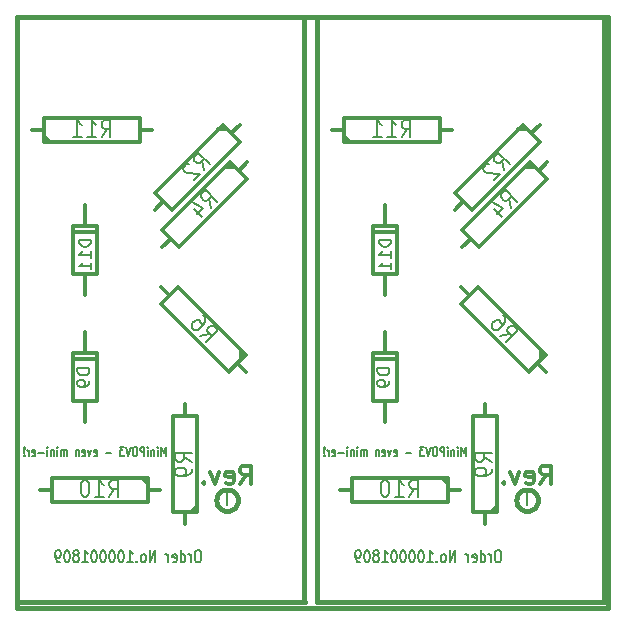
<source format=gbo>
G04 (created by PCBNEW-RS274X (2011-05-25)-stable) date Fri 31 Aug 2012 09:10:07 AM CDT*
G01*
G70*
G90*
%MOIN*%
G04 Gerber Fmt 3.4, Leading zero omitted, Abs format*
%FSLAX34Y34*%
G04 APERTURE LIST*
%ADD10C,0.006000*%
%ADD11C,0.015000*%
%ADD12C,0.008000*%
%ADD13C,0.012000*%
%ADD14C,0.007400*%
%ADD15C,0.012500*%
G04 APERTURE END LIST*
G54D10*
G54D11*
X00000Y00000D02*
X00000Y-19685D01*
X19685Y00000D02*
X19685Y-19685D01*
X00000Y-19685D02*
X19685Y-19685D01*
X00000Y00000D02*
X19685Y00000D01*
G54D10*
X14960Y-14621D02*
X14960Y-14321D01*
X14880Y-14536D01*
X14800Y-14321D01*
X14800Y-14621D01*
X14686Y-14621D02*
X14686Y-14421D01*
X14686Y-14321D02*
X14697Y-14336D01*
X14686Y-14350D01*
X14674Y-14336D01*
X14686Y-14321D01*
X14686Y-14350D01*
X14572Y-14421D02*
X14572Y-14621D01*
X14572Y-14450D02*
X14560Y-14436D01*
X14538Y-14421D01*
X14503Y-14421D01*
X14480Y-14436D01*
X14469Y-14464D01*
X14469Y-14621D01*
X14355Y-14621D02*
X14355Y-14421D01*
X14355Y-14321D02*
X14366Y-14336D01*
X14355Y-14350D01*
X14343Y-14336D01*
X14355Y-14321D01*
X14355Y-14350D01*
X14241Y-14621D02*
X14241Y-14321D01*
X14149Y-14321D01*
X14127Y-14336D01*
X14115Y-14350D01*
X14104Y-14379D01*
X14104Y-14421D01*
X14115Y-14450D01*
X14127Y-14464D01*
X14149Y-14479D01*
X14241Y-14479D01*
X13955Y-14321D02*
X13909Y-14321D01*
X13887Y-14336D01*
X13864Y-14364D01*
X13852Y-14421D01*
X13852Y-14521D01*
X13864Y-14579D01*
X13887Y-14607D01*
X13909Y-14621D01*
X13955Y-14621D01*
X13978Y-14607D01*
X14001Y-14579D01*
X14012Y-14521D01*
X14012Y-14421D01*
X14001Y-14364D01*
X13978Y-14336D01*
X13955Y-14321D01*
X13784Y-14321D02*
X13704Y-14621D01*
X13624Y-14321D01*
X13567Y-14321D02*
X13418Y-14321D01*
X13498Y-14436D01*
X13464Y-14436D01*
X13441Y-14450D01*
X13430Y-14464D01*
X13418Y-14493D01*
X13418Y-14564D01*
X13430Y-14593D01*
X13441Y-14607D01*
X13464Y-14621D01*
X13532Y-14621D01*
X13555Y-14607D01*
X13567Y-14593D01*
X13132Y-14507D02*
X12949Y-14507D01*
X12560Y-14607D02*
X12583Y-14621D01*
X12629Y-14621D01*
X12652Y-14607D01*
X12663Y-14579D01*
X12663Y-14464D01*
X12652Y-14436D01*
X12629Y-14421D01*
X12583Y-14421D01*
X12560Y-14436D01*
X12549Y-14464D01*
X12549Y-14493D01*
X12663Y-14521D01*
X12469Y-14421D02*
X12412Y-14621D01*
X12354Y-14421D01*
X12171Y-14607D02*
X12194Y-14621D01*
X12240Y-14621D01*
X12263Y-14607D01*
X12274Y-14579D01*
X12274Y-14464D01*
X12263Y-14436D01*
X12240Y-14421D01*
X12194Y-14421D01*
X12171Y-14436D01*
X12160Y-14464D01*
X12160Y-14493D01*
X12274Y-14521D01*
X12057Y-14421D02*
X12057Y-14621D01*
X12057Y-14450D02*
X12045Y-14436D01*
X12023Y-14421D01*
X11988Y-14421D01*
X11965Y-14436D01*
X11954Y-14464D01*
X11954Y-14621D01*
X11657Y-14621D02*
X11657Y-14421D01*
X11657Y-14450D02*
X11645Y-14436D01*
X11623Y-14421D01*
X11588Y-14421D01*
X11565Y-14436D01*
X11554Y-14464D01*
X11554Y-14621D01*
X11554Y-14464D02*
X11543Y-14436D01*
X11520Y-14421D01*
X11485Y-14421D01*
X11463Y-14436D01*
X11451Y-14464D01*
X11451Y-14621D01*
X11337Y-14621D02*
X11337Y-14421D01*
X11337Y-14321D02*
X11348Y-14336D01*
X11337Y-14350D01*
X11325Y-14336D01*
X11337Y-14321D01*
X11337Y-14350D01*
X11223Y-14421D02*
X11223Y-14621D01*
X11223Y-14450D02*
X11211Y-14436D01*
X11189Y-14421D01*
X11154Y-14421D01*
X11131Y-14436D01*
X11120Y-14464D01*
X11120Y-14621D01*
X11006Y-14621D02*
X11006Y-14421D01*
X11006Y-14321D02*
X11017Y-14336D01*
X11006Y-14350D01*
X10994Y-14336D01*
X11006Y-14321D01*
X11006Y-14350D01*
X10892Y-14507D02*
X10709Y-14507D01*
X10503Y-14607D02*
X10526Y-14621D01*
X10572Y-14621D01*
X10595Y-14607D01*
X10606Y-14579D01*
X10606Y-14464D01*
X10595Y-14436D01*
X10572Y-14421D01*
X10526Y-14421D01*
X10503Y-14436D01*
X10492Y-14464D01*
X10492Y-14493D01*
X10606Y-14521D01*
X10389Y-14621D02*
X10389Y-14421D01*
X10389Y-14479D02*
X10377Y-14450D01*
X10366Y-14436D01*
X10343Y-14421D01*
X10320Y-14421D01*
X10240Y-14593D02*
X10228Y-14607D01*
X10240Y-14621D01*
X10251Y-14607D01*
X10240Y-14593D01*
X10240Y-14621D01*
X10240Y-14507D02*
X10251Y-14336D01*
X10240Y-14321D01*
X10228Y-14336D01*
X10240Y-14507D01*
X10240Y-14321D01*
G54D11*
X17360Y-16100D02*
X17353Y-16169D01*
X17332Y-16237D01*
X17299Y-16299D01*
X17255Y-16353D01*
X17201Y-16398D01*
X17139Y-16431D01*
X17072Y-16452D01*
X17002Y-16459D01*
X16933Y-16453D01*
X16866Y-16433D01*
X16803Y-16401D01*
X16749Y-16357D01*
X16703Y-16303D01*
X16670Y-16241D01*
X16648Y-16174D01*
X16641Y-16105D01*
X16646Y-16036D01*
X16666Y-15968D01*
X16698Y-15905D01*
X16742Y-15850D01*
X16795Y-15805D01*
X16856Y-15771D01*
X16923Y-15749D01*
X16993Y-15741D01*
X17062Y-15746D01*
X17130Y-15765D01*
X17192Y-15797D01*
X17248Y-15840D01*
X17294Y-15893D01*
X17328Y-15954D01*
X17351Y-16021D01*
X17359Y-16090D01*
X17360Y-16100D01*
G54D12*
X17000Y-16262D02*
X17000Y-15862D01*
G54D13*
X17442Y-15543D02*
X17642Y-15257D01*
X17785Y-15543D02*
X17785Y-14943D01*
X17557Y-14943D01*
X17499Y-14971D01*
X17471Y-15000D01*
X17442Y-15057D01*
X17442Y-15143D01*
X17471Y-15200D01*
X17499Y-15229D01*
X17557Y-15257D01*
X17785Y-15257D01*
X16957Y-15514D02*
X17014Y-15543D01*
X17128Y-15543D01*
X17185Y-15514D01*
X17214Y-15457D01*
X17214Y-15229D01*
X17185Y-15171D01*
X17128Y-15143D01*
X17014Y-15143D01*
X16957Y-15171D01*
X16928Y-15229D01*
X16928Y-15286D01*
X17214Y-15343D01*
X16728Y-15143D02*
X16585Y-15543D01*
X16443Y-15143D01*
X16214Y-15486D02*
X16186Y-15514D01*
X16214Y-15543D01*
X16243Y-15514D01*
X16214Y-15486D01*
X16214Y-15543D01*
G54D14*
X16055Y-17765D02*
X15995Y-17765D01*
X15965Y-17784D01*
X15935Y-17822D01*
X15920Y-17897D01*
X15920Y-18028D01*
X15935Y-18103D01*
X15965Y-18141D01*
X15995Y-18159D01*
X16055Y-18159D01*
X16085Y-18141D01*
X16115Y-18103D01*
X16130Y-18028D01*
X16130Y-17897D01*
X16115Y-17822D01*
X16085Y-17784D01*
X16055Y-17765D01*
X15785Y-18159D02*
X15785Y-17897D01*
X15785Y-17972D02*
X15770Y-17934D01*
X15755Y-17916D01*
X15725Y-17897D01*
X15695Y-17897D01*
X15455Y-18159D02*
X15455Y-17765D01*
X15455Y-18141D02*
X15485Y-18159D01*
X15545Y-18159D01*
X15575Y-18141D01*
X15590Y-18122D01*
X15605Y-18084D01*
X15605Y-17972D01*
X15590Y-17934D01*
X15575Y-17916D01*
X15545Y-17897D01*
X15485Y-17897D01*
X15455Y-17916D01*
X15185Y-18141D02*
X15215Y-18159D01*
X15275Y-18159D01*
X15305Y-18141D01*
X15320Y-18103D01*
X15320Y-17953D01*
X15305Y-17916D01*
X15275Y-17897D01*
X15215Y-17897D01*
X15185Y-17916D01*
X15170Y-17953D01*
X15170Y-17991D01*
X15320Y-18028D01*
X15035Y-18159D02*
X15035Y-17897D01*
X15035Y-17972D02*
X15020Y-17934D01*
X15005Y-17916D01*
X14975Y-17897D01*
X14945Y-17897D01*
X14600Y-18159D02*
X14600Y-17765D01*
X14420Y-18159D01*
X14420Y-17765D01*
X14225Y-18159D02*
X14255Y-18141D01*
X14270Y-18122D01*
X14285Y-18084D01*
X14285Y-17972D01*
X14270Y-17934D01*
X14255Y-17916D01*
X14225Y-17897D01*
X14180Y-17897D01*
X14150Y-17916D01*
X14135Y-17934D01*
X14120Y-17972D01*
X14120Y-18084D01*
X14135Y-18122D01*
X14150Y-18141D01*
X14180Y-18159D01*
X14225Y-18159D01*
X13985Y-18122D02*
X13970Y-18141D01*
X13985Y-18159D01*
X14000Y-18141D01*
X13985Y-18122D01*
X13985Y-18159D01*
X13670Y-18159D02*
X13850Y-18159D01*
X13760Y-18159D02*
X13760Y-17765D01*
X13790Y-17822D01*
X13820Y-17859D01*
X13850Y-17878D01*
X13475Y-17765D02*
X13445Y-17765D01*
X13415Y-17784D01*
X13400Y-17803D01*
X13385Y-17841D01*
X13370Y-17916D01*
X13370Y-18009D01*
X13385Y-18084D01*
X13400Y-18122D01*
X13415Y-18141D01*
X13445Y-18159D01*
X13475Y-18159D01*
X13505Y-18141D01*
X13520Y-18122D01*
X13535Y-18084D01*
X13550Y-18009D01*
X13550Y-17916D01*
X13535Y-17841D01*
X13520Y-17803D01*
X13505Y-17784D01*
X13475Y-17765D01*
X13175Y-17765D02*
X13145Y-17765D01*
X13115Y-17784D01*
X13100Y-17803D01*
X13085Y-17841D01*
X13070Y-17916D01*
X13070Y-18009D01*
X13085Y-18084D01*
X13100Y-18122D01*
X13115Y-18141D01*
X13145Y-18159D01*
X13175Y-18159D01*
X13205Y-18141D01*
X13220Y-18122D01*
X13235Y-18084D01*
X13250Y-18009D01*
X13250Y-17916D01*
X13235Y-17841D01*
X13220Y-17803D01*
X13205Y-17784D01*
X13175Y-17765D01*
X12875Y-17765D02*
X12845Y-17765D01*
X12815Y-17784D01*
X12800Y-17803D01*
X12785Y-17841D01*
X12770Y-17916D01*
X12770Y-18009D01*
X12785Y-18084D01*
X12800Y-18122D01*
X12815Y-18141D01*
X12845Y-18159D01*
X12875Y-18159D01*
X12905Y-18141D01*
X12920Y-18122D01*
X12935Y-18084D01*
X12950Y-18009D01*
X12950Y-17916D01*
X12935Y-17841D01*
X12920Y-17803D01*
X12905Y-17784D01*
X12875Y-17765D01*
X12575Y-17765D02*
X12545Y-17765D01*
X12515Y-17784D01*
X12500Y-17803D01*
X12485Y-17841D01*
X12470Y-17916D01*
X12470Y-18009D01*
X12485Y-18084D01*
X12500Y-18122D01*
X12515Y-18141D01*
X12545Y-18159D01*
X12575Y-18159D01*
X12605Y-18141D01*
X12620Y-18122D01*
X12635Y-18084D01*
X12650Y-18009D01*
X12650Y-17916D01*
X12635Y-17841D01*
X12620Y-17803D01*
X12605Y-17784D01*
X12575Y-17765D01*
X12170Y-18159D02*
X12350Y-18159D01*
X12260Y-18159D02*
X12260Y-17765D01*
X12290Y-17822D01*
X12320Y-17859D01*
X12350Y-17878D01*
X11990Y-17934D02*
X12020Y-17916D01*
X12035Y-17897D01*
X12050Y-17859D01*
X12050Y-17841D01*
X12035Y-17803D01*
X12020Y-17784D01*
X11990Y-17765D01*
X11930Y-17765D01*
X11900Y-17784D01*
X11885Y-17803D01*
X11870Y-17841D01*
X11870Y-17859D01*
X11885Y-17897D01*
X11900Y-17916D01*
X11930Y-17934D01*
X11990Y-17934D01*
X12020Y-17953D01*
X12035Y-17972D01*
X12050Y-18009D01*
X12050Y-18084D01*
X12035Y-18122D01*
X12020Y-18141D01*
X11990Y-18159D01*
X11930Y-18159D01*
X11900Y-18141D01*
X11885Y-18122D01*
X11870Y-18084D01*
X11870Y-18009D01*
X11885Y-17972D01*
X11900Y-17953D01*
X11930Y-17934D01*
X11675Y-17765D02*
X11645Y-17765D01*
X11615Y-17784D01*
X11600Y-17803D01*
X11585Y-17841D01*
X11570Y-17916D01*
X11570Y-18009D01*
X11585Y-18084D01*
X11600Y-18122D01*
X11615Y-18141D01*
X11645Y-18159D01*
X11675Y-18159D01*
X11705Y-18141D01*
X11720Y-18122D01*
X11735Y-18084D01*
X11750Y-18009D01*
X11750Y-17916D01*
X11735Y-17841D01*
X11720Y-17803D01*
X11705Y-17784D01*
X11675Y-17765D01*
X11420Y-18159D02*
X11360Y-18159D01*
X11330Y-18141D01*
X11315Y-18122D01*
X11285Y-18066D01*
X11270Y-17991D01*
X11270Y-17841D01*
X11285Y-17803D01*
X11300Y-17784D01*
X11330Y-17765D01*
X11390Y-17765D01*
X11420Y-17784D01*
X11435Y-17803D01*
X11450Y-17841D01*
X11450Y-17934D01*
X11435Y-17972D01*
X11420Y-17991D01*
X11390Y-18009D01*
X11330Y-18009D01*
X11300Y-17991D01*
X11285Y-17972D01*
X11270Y-17934D01*
G54D11*
X10000Y00000D02*
X10000Y-19500D01*
X19575Y00000D02*
X19575Y-19500D01*
X10000Y00000D02*
X19575Y00000D01*
X10000Y-19500D02*
X19600Y-19500D01*
X00000Y-19500D02*
X09600Y-19500D01*
X00000Y00000D02*
X09575Y00000D01*
X09575Y00000D02*
X09575Y-19500D01*
X00000Y00000D02*
X00000Y-19500D01*
G54D14*
X06055Y-17765D02*
X05995Y-17765D01*
X05965Y-17784D01*
X05935Y-17822D01*
X05920Y-17897D01*
X05920Y-18028D01*
X05935Y-18103D01*
X05965Y-18141D01*
X05995Y-18159D01*
X06055Y-18159D01*
X06085Y-18141D01*
X06115Y-18103D01*
X06130Y-18028D01*
X06130Y-17897D01*
X06115Y-17822D01*
X06085Y-17784D01*
X06055Y-17765D01*
X05785Y-18159D02*
X05785Y-17897D01*
X05785Y-17972D02*
X05770Y-17934D01*
X05755Y-17916D01*
X05725Y-17897D01*
X05695Y-17897D01*
X05455Y-18159D02*
X05455Y-17765D01*
X05455Y-18141D02*
X05485Y-18159D01*
X05545Y-18159D01*
X05575Y-18141D01*
X05590Y-18122D01*
X05605Y-18084D01*
X05605Y-17972D01*
X05590Y-17934D01*
X05575Y-17916D01*
X05545Y-17897D01*
X05485Y-17897D01*
X05455Y-17916D01*
X05185Y-18141D02*
X05215Y-18159D01*
X05275Y-18159D01*
X05305Y-18141D01*
X05320Y-18103D01*
X05320Y-17953D01*
X05305Y-17916D01*
X05275Y-17897D01*
X05215Y-17897D01*
X05185Y-17916D01*
X05170Y-17953D01*
X05170Y-17991D01*
X05320Y-18028D01*
X05035Y-18159D02*
X05035Y-17897D01*
X05035Y-17972D02*
X05020Y-17934D01*
X05005Y-17916D01*
X04975Y-17897D01*
X04945Y-17897D01*
X04600Y-18159D02*
X04600Y-17765D01*
X04420Y-18159D01*
X04420Y-17765D01*
X04225Y-18159D02*
X04255Y-18141D01*
X04270Y-18122D01*
X04285Y-18084D01*
X04285Y-17972D01*
X04270Y-17934D01*
X04255Y-17916D01*
X04225Y-17897D01*
X04180Y-17897D01*
X04150Y-17916D01*
X04135Y-17934D01*
X04120Y-17972D01*
X04120Y-18084D01*
X04135Y-18122D01*
X04150Y-18141D01*
X04180Y-18159D01*
X04225Y-18159D01*
X03985Y-18122D02*
X03970Y-18141D01*
X03985Y-18159D01*
X04000Y-18141D01*
X03985Y-18122D01*
X03985Y-18159D01*
X03670Y-18159D02*
X03850Y-18159D01*
X03760Y-18159D02*
X03760Y-17765D01*
X03790Y-17822D01*
X03820Y-17859D01*
X03850Y-17878D01*
X03475Y-17765D02*
X03445Y-17765D01*
X03415Y-17784D01*
X03400Y-17803D01*
X03385Y-17841D01*
X03370Y-17916D01*
X03370Y-18009D01*
X03385Y-18084D01*
X03400Y-18122D01*
X03415Y-18141D01*
X03445Y-18159D01*
X03475Y-18159D01*
X03505Y-18141D01*
X03520Y-18122D01*
X03535Y-18084D01*
X03550Y-18009D01*
X03550Y-17916D01*
X03535Y-17841D01*
X03520Y-17803D01*
X03505Y-17784D01*
X03475Y-17765D01*
X03175Y-17765D02*
X03145Y-17765D01*
X03115Y-17784D01*
X03100Y-17803D01*
X03085Y-17841D01*
X03070Y-17916D01*
X03070Y-18009D01*
X03085Y-18084D01*
X03100Y-18122D01*
X03115Y-18141D01*
X03145Y-18159D01*
X03175Y-18159D01*
X03205Y-18141D01*
X03220Y-18122D01*
X03235Y-18084D01*
X03250Y-18009D01*
X03250Y-17916D01*
X03235Y-17841D01*
X03220Y-17803D01*
X03205Y-17784D01*
X03175Y-17765D01*
X02875Y-17765D02*
X02845Y-17765D01*
X02815Y-17784D01*
X02800Y-17803D01*
X02785Y-17841D01*
X02770Y-17916D01*
X02770Y-18009D01*
X02785Y-18084D01*
X02800Y-18122D01*
X02815Y-18141D01*
X02845Y-18159D01*
X02875Y-18159D01*
X02905Y-18141D01*
X02920Y-18122D01*
X02935Y-18084D01*
X02950Y-18009D01*
X02950Y-17916D01*
X02935Y-17841D01*
X02920Y-17803D01*
X02905Y-17784D01*
X02875Y-17765D01*
X02575Y-17765D02*
X02545Y-17765D01*
X02515Y-17784D01*
X02500Y-17803D01*
X02485Y-17841D01*
X02470Y-17916D01*
X02470Y-18009D01*
X02485Y-18084D01*
X02500Y-18122D01*
X02515Y-18141D01*
X02545Y-18159D01*
X02575Y-18159D01*
X02605Y-18141D01*
X02620Y-18122D01*
X02635Y-18084D01*
X02650Y-18009D01*
X02650Y-17916D01*
X02635Y-17841D01*
X02620Y-17803D01*
X02605Y-17784D01*
X02575Y-17765D01*
X02170Y-18159D02*
X02350Y-18159D01*
X02260Y-18159D02*
X02260Y-17765D01*
X02290Y-17822D01*
X02320Y-17859D01*
X02350Y-17878D01*
X01990Y-17934D02*
X02020Y-17916D01*
X02035Y-17897D01*
X02050Y-17859D01*
X02050Y-17841D01*
X02035Y-17803D01*
X02020Y-17784D01*
X01990Y-17765D01*
X01930Y-17765D01*
X01900Y-17784D01*
X01885Y-17803D01*
X01870Y-17841D01*
X01870Y-17859D01*
X01885Y-17897D01*
X01900Y-17916D01*
X01930Y-17934D01*
X01990Y-17934D01*
X02020Y-17953D01*
X02035Y-17972D01*
X02050Y-18009D01*
X02050Y-18084D01*
X02035Y-18122D01*
X02020Y-18141D01*
X01990Y-18159D01*
X01930Y-18159D01*
X01900Y-18141D01*
X01885Y-18122D01*
X01870Y-18084D01*
X01870Y-18009D01*
X01885Y-17972D01*
X01900Y-17953D01*
X01930Y-17934D01*
X01675Y-17765D02*
X01645Y-17765D01*
X01615Y-17784D01*
X01600Y-17803D01*
X01585Y-17841D01*
X01570Y-17916D01*
X01570Y-18009D01*
X01585Y-18084D01*
X01600Y-18122D01*
X01615Y-18141D01*
X01645Y-18159D01*
X01675Y-18159D01*
X01705Y-18141D01*
X01720Y-18122D01*
X01735Y-18084D01*
X01750Y-18009D01*
X01750Y-17916D01*
X01735Y-17841D01*
X01720Y-17803D01*
X01705Y-17784D01*
X01675Y-17765D01*
X01420Y-18159D02*
X01360Y-18159D01*
X01330Y-18141D01*
X01315Y-18122D01*
X01285Y-18066D01*
X01270Y-17991D01*
X01270Y-17841D01*
X01285Y-17803D01*
X01300Y-17784D01*
X01330Y-17765D01*
X01390Y-17765D01*
X01420Y-17784D01*
X01435Y-17803D01*
X01450Y-17841D01*
X01450Y-17934D01*
X01435Y-17972D01*
X01420Y-17991D01*
X01390Y-18009D01*
X01330Y-18009D01*
X01300Y-17991D01*
X01285Y-17972D01*
X01270Y-17934D01*
G54D13*
X07442Y-15543D02*
X07642Y-15257D01*
X07785Y-15543D02*
X07785Y-14943D01*
X07557Y-14943D01*
X07499Y-14971D01*
X07471Y-15000D01*
X07442Y-15057D01*
X07442Y-15143D01*
X07471Y-15200D01*
X07499Y-15229D01*
X07557Y-15257D01*
X07785Y-15257D01*
X06957Y-15514D02*
X07014Y-15543D01*
X07128Y-15543D01*
X07185Y-15514D01*
X07214Y-15457D01*
X07214Y-15229D01*
X07185Y-15171D01*
X07128Y-15143D01*
X07014Y-15143D01*
X06957Y-15171D01*
X06928Y-15229D01*
X06928Y-15286D01*
X07214Y-15343D01*
X06728Y-15143D02*
X06585Y-15543D01*
X06443Y-15143D01*
X06214Y-15486D02*
X06186Y-15514D01*
X06214Y-15543D01*
X06243Y-15514D01*
X06214Y-15486D01*
X06214Y-15543D01*
G54D12*
X07000Y-16262D02*
X07000Y-15862D01*
G54D11*
X07360Y-16100D02*
X07353Y-16169D01*
X07332Y-16237D01*
X07299Y-16299D01*
X07255Y-16353D01*
X07201Y-16398D01*
X07139Y-16431D01*
X07072Y-16452D01*
X07002Y-16459D01*
X06933Y-16453D01*
X06866Y-16433D01*
X06803Y-16401D01*
X06749Y-16357D01*
X06703Y-16303D01*
X06670Y-16241D01*
X06648Y-16174D01*
X06641Y-16105D01*
X06646Y-16036D01*
X06666Y-15968D01*
X06698Y-15905D01*
X06742Y-15850D01*
X06795Y-15805D01*
X06856Y-15771D01*
X06923Y-15749D01*
X06993Y-15741D01*
X07062Y-15746D01*
X07130Y-15765D01*
X07192Y-15797D01*
X07248Y-15840D01*
X07294Y-15893D01*
X07328Y-15954D01*
X07351Y-16021D01*
X07359Y-16090D01*
X07360Y-16100D01*
G54D10*
X04960Y-14621D02*
X04960Y-14321D01*
X04880Y-14536D01*
X04800Y-14321D01*
X04800Y-14621D01*
X04686Y-14621D02*
X04686Y-14421D01*
X04686Y-14321D02*
X04697Y-14336D01*
X04686Y-14350D01*
X04674Y-14336D01*
X04686Y-14321D01*
X04686Y-14350D01*
X04572Y-14421D02*
X04572Y-14621D01*
X04572Y-14450D02*
X04560Y-14436D01*
X04538Y-14421D01*
X04503Y-14421D01*
X04480Y-14436D01*
X04469Y-14464D01*
X04469Y-14621D01*
X04355Y-14621D02*
X04355Y-14421D01*
X04355Y-14321D02*
X04366Y-14336D01*
X04355Y-14350D01*
X04343Y-14336D01*
X04355Y-14321D01*
X04355Y-14350D01*
X04241Y-14621D02*
X04241Y-14321D01*
X04149Y-14321D01*
X04127Y-14336D01*
X04115Y-14350D01*
X04104Y-14379D01*
X04104Y-14421D01*
X04115Y-14450D01*
X04127Y-14464D01*
X04149Y-14479D01*
X04241Y-14479D01*
X03955Y-14321D02*
X03909Y-14321D01*
X03887Y-14336D01*
X03864Y-14364D01*
X03852Y-14421D01*
X03852Y-14521D01*
X03864Y-14579D01*
X03887Y-14607D01*
X03909Y-14621D01*
X03955Y-14621D01*
X03978Y-14607D01*
X04001Y-14579D01*
X04012Y-14521D01*
X04012Y-14421D01*
X04001Y-14364D01*
X03978Y-14336D01*
X03955Y-14321D01*
X03784Y-14321D02*
X03704Y-14621D01*
X03624Y-14321D01*
X03567Y-14321D02*
X03418Y-14321D01*
X03498Y-14436D01*
X03464Y-14436D01*
X03441Y-14450D01*
X03430Y-14464D01*
X03418Y-14493D01*
X03418Y-14564D01*
X03430Y-14593D01*
X03441Y-14607D01*
X03464Y-14621D01*
X03532Y-14621D01*
X03555Y-14607D01*
X03567Y-14593D01*
X03132Y-14507D02*
X02949Y-14507D01*
X02560Y-14607D02*
X02583Y-14621D01*
X02629Y-14621D01*
X02652Y-14607D01*
X02663Y-14579D01*
X02663Y-14464D01*
X02652Y-14436D01*
X02629Y-14421D01*
X02583Y-14421D01*
X02560Y-14436D01*
X02549Y-14464D01*
X02549Y-14493D01*
X02663Y-14521D01*
X02469Y-14421D02*
X02412Y-14621D01*
X02354Y-14421D01*
X02171Y-14607D02*
X02194Y-14621D01*
X02240Y-14621D01*
X02263Y-14607D01*
X02274Y-14579D01*
X02274Y-14464D01*
X02263Y-14436D01*
X02240Y-14421D01*
X02194Y-14421D01*
X02171Y-14436D01*
X02160Y-14464D01*
X02160Y-14493D01*
X02274Y-14521D01*
X02057Y-14421D02*
X02057Y-14621D01*
X02057Y-14450D02*
X02045Y-14436D01*
X02023Y-14421D01*
X01988Y-14421D01*
X01965Y-14436D01*
X01954Y-14464D01*
X01954Y-14621D01*
X01657Y-14621D02*
X01657Y-14421D01*
X01657Y-14450D02*
X01645Y-14436D01*
X01623Y-14421D01*
X01588Y-14421D01*
X01565Y-14436D01*
X01554Y-14464D01*
X01554Y-14621D01*
X01554Y-14464D02*
X01543Y-14436D01*
X01520Y-14421D01*
X01485Y-14421D01*
X01463Y-14436D01*
X01451Y-14464D01*
X01451Y-14621D01*
X01337Y-14621D02*
X01337Y-14421D01*
X01337Y-14321D02*
X01348Y-14336D01*
X01337Y-14350D01*
X01325Y-14336D01*
X01337Y-14321D01*
X01337Y-14350D01*
X01223Y-14421D02*
X01223Y-14621D01*
X01223Y-14450D02*
X01211Y-14436D01*
X01189Y-14421D01*
X01154Y-14421D01*
X01131Y-14436D01*
X01120Y-14464D01*
X01120Y-14621D01*
X01006Y-14621D02*
X01006Y-14421D01*
X01006Y-14321D02*
X01017Y-14336D01*
X01006Y-14350D01*
X00994Y-14336D01*
X01006Y-14321D01*
X01006Y-14350D01*
X00892Y-14507D02*
X00709Y-14507D01*
X00503Y-14607D02*
X00526Y-14621D01*
X00572Y-14621D01*
X00595Y-14607D01*
X00606Y-14579D01*
X00606Y-14464D01*
X00595Y-14436D01*
X00572Y-14421D01*
X00526Y-14421D01*
X00503Y-14436D01*
X00492Y-14464D01*
X00492Y-14493D01*
X00606Y-14521D01*
X00389Y-14621D02*
X00389Y-14421D01*
X00389Y-14479D02*
X00377Y-14450D01*
X00366Y-14436D01*
X00343Y-14421D01*
X00320Y-14421D01*
X00240Y-14593D02*
X00228Y-14607D01*
X00240Y-14621D01*
X00251Y-14607D01*
X00240Y-14593D01*
X00240Y-14621D01*
X00240Y-14507D02*
X00251Y-14336D01*
X00240Y-14321D01*
X00228Y-14336D01*
X00240Y-14507D01*
X00240Y-14321D01*
G54D13*
X10500Y-03750D02*
X10900Y-03750D01*
X10900Y-03750D02*
X10900Y-04150D01*
X10900Y-04150D02*
X14100Y-04150D01*
X14100Y-04150D02*
X14100Y-03350D01*
X14100Y-03350D02*
X10900Y-03350D01*
X10900Y-03350D02*
X10900Y-03750D01*
X10900Y-03950D02*
X11100Y-04150D01*
X14500Y-03750D02*
X14100Y-03750D01*
X14750Y-15750D02*
X14350Y-15750D01*
X14350Y-15750D02*
X14350Y-15350D01*
X14350Y-15350D02*
X11150Y-15350D01*
X11150Y-15350D02*
X11150Y-16150D01*
X11150Y-16150D02*
X14350Y-16150D01*
X14350Y-16150D02*
X14350Y-15750D01*
X14350Y-15550D02*
X14150Y-15350D01*
X10750Y-15750D02*
X11150Y-15750D01*
X15600Y-16900D02*
X15600Y-16500D01*
X15600Y-16500D02*
X16000Y-16500D01*
X16000Y-16500D02*
X16000Y-13300D01*
X16000Y-13300D02*
X15200Y-13300D01*
X15200Y-13300D02*
X15200Y-16500D01*
X15200Y-16500D02*
X15600Y-16500D01*
X15800Y-16500D02*
X16000Y-16300D01*
X15600Y-12900D02*
X15600Y-13300D01*
X17614Y-11814D02*
X17331Y-11531D01*
X17331Y-11531D02*
X17614Y-11249D01*
X17614Y-11249D02*
X15351Y-08986D01*
X15351Y-08986D02*
X14786Y-09551D01*
X14786Y-09551D02*
X17049Y-11814D01*
X17049Y-11814D02*
X17331Y-11531D01*
X17473Y-11390D02*
X17473Y-11107D01*
X14786Y-08986D02*
X15069Y-09269D01*
X17664Y-04836D02*
X17381Y-05119D01*
X17381Y-05119D02*
X17099Y-04836D01*
X17099Y-04836D02*
X14836Y-07099D01*
X14836Y-07099D02*
X15401Y-07664D01*
X15401Y-07664D02*
X17664Y-05401D01*
X17664Y-05401D02*
X17381Y-05119D01*
X17240Y-04977D02*
X16957Y-04977D01*
X14836Y-07664D02*
X15119Y-07381D01*
X17414Y-03586D02*
X17131Y-03869D01*
X17131Y-03869D02*
X16849Y-03586D01*
X16849Y-03586D02*
X14586Y-05849D01*
X14586Y-05849D02*
X15151Y-06414D01*
X15151Y-06414D02*
X17414Y-04151D01*
X17414Y-04151D02*
X17131Y-03869D01*
X16990Y-03727D02*
X16707Y-03727D01*
X14586Y-06414D02*
X14869Y-06131D01*
G54D15*
X12250Y-11200D02*
X12250Y-10500D01*
X12250Y-12800D02*
X12250Y-13500D01*
X12650Y-11400D02*
X11850Y-11400D01*
X12650Y-12800D02*
X11850Y-12800D01*
X11850Y-12800D02*
X11850Y-11200D01*
X11850Y-11200D02*
X12650Y-11200D01*
X12650Y-11200D02*
X12650Y-12800D01*
X12250Y-06950D02*
X12250Y-06250D01*
X12250Y-08550D02*
X12250Y-09250D01*
X12650Y-07150D02*
X11850Y-07150D01*
X12650Y-08550D02*
X11850Y-08550D01*
X11850Y-08550D02*
X11850Y-06950D01*
X11850Y-06950D02*
X12650Y-06950D01*
X12650Y-06950D02*
X12650Y-08550D01*
X02250Y-06950D02*
X02250Y-06250D01*
X02250Y-08550D02*
X02250Y-09250D01*
X02650Y-07150D02*
X01850Y-07150D01*
X02650Y-08550D02*
X01850Y-08550D01*
X01850Y-08550D02*
X01850Y-06950D01*
X01850Y-06950D02*
X02650Y-06950D01*
X02650Y-06950D02*
X02650Y-08550D01*
X02250Y-11200D02*
X02250Y-10500D01*
X02250Y-12800D02*
X02250Y-13500D01*
X02650Y-11400D02*
X01850Y-11400D01*
X02650Y-12800D02*
X01850Y-12800D01*
X01850Y-12800D02*
X01850Y-11200D01*
X01850Y-11200D02*
X02650Y-11200D01*
X02650Y-11200D02*
X02650Y-12800D01*
G54D13*
X07414Y-03586D02*
X07131Y-03869D01*
X07131Y-03869D02*
X06849Y-03586D01*
X06849Y-03586D02*
X04586Y-05849D01*
X04586Y-05849D02*
X05151Y-06414D01*
X05151Y-06414D02*
X07414Y-04151D01*
X07414Y-04151D02*
X07131Y-03869D01*
X06990Y-03727D02*
X06707Y-03727D01*
X04586Y-06414D02*
X04869Y-06131D01*
X07664Y-04836D02*
X07381Y-05119D01*
X07381Y-05119D02*
X07099Y-04836D01*
X07099Y-04836D02*
X04836Y-07099D01*
X04836Y-07099D02*
X05401Y-07664D01*
X05401Y-07664D02*
X07664Y-05401D01*
X07664Y-05401D02*
X07381Y-05119D01*
X07240Y-04977D02*
X06957Y-04977D01*
X04836Y-07664D02*
X05119Y-07381D01*
X07614Y-11814D02*
X07331Y-11531D01*
X07331Y-11531D02*
X07614Y-11249D01*
X07614Y-11249D02*
X05351Y-08986D01*
X05351Y-08986D02*
X04786Y-09551D01*
X04786Y-09551D02*
X07049Y-11814D01*
X07049Y-11814D02*
X07331Y-11531D01*
X07473Y-11390D02*
X07473Y-11107D01*
X04786Y-08986D02*
X05069Y-09269D01*
X05600Y-16900D02*
X05600Y-16500D01*
X05600Y-16500D02*
X06000Y-16500D01*
X06000Y-16500D02*
X06000Y-13300D01*
X06000Y-13300D02*
X05200Y-13300D01*
X05200Y-13300D02*
X05200Y-16500D01*
X05200Y-16500D02*
X05600Y-16500D01*
X05800Y-16500D02*
X06000Y-16300D01*
X05600Y-12900D02*
X05600Y-13300D01*
X04750Y-15750D02*
X04350Y-15750D01*
X04350Y-15750D02*
X04350Y-15350D01*
X04350Y-15350D02*
X01150Y-15350D01*
X01150Y-15350D02*
X01150Y-16150D01*
X01150Y-16150D02*
X04350Y-16150D01*
X04350Y-16150D02*
X04350Y-15750D01*
X04350Y-15550D02*
X04150Y-15350D01*
X00750Y-15750D02*
X01150Y-15750D01*
X00500Y-03750D02*
X00900Y-03750D01*
X00900Y-03750D02*
X00900Y-04150D01*
X00900Y-04150D02*
X04100Y-04150D01*
X04100Y-04150D02*
X04100Y-03350D01*
X04100Y-03350D02*
X00900Y-03350D01*
X00900Y-03350D02*
X00900Y-03750D01*
X00900Y-03950D02*
X01100Y-04150D01*
X04500Y-03750D02*
X04100Y-03750D01*
G54D12*
X12821Y-03973D02*
X12988Y-03711D01*
X13107Y-03973D02*
X13107Y-03423D01*
X12916Y-03423D01*
X12869Y-03449D01*
X12845Y-03475D01*
X12821Y-03527D01*
X12821Y-03606D01*
X12845Y-03658D01*
X12869Y-03685D01*
X12916Y-03711D01*
X13107Y-03711D01*
X12345Y-03973D02*
X12631Y-03973D01*
X12488Y-03973D02*
X12488Y-03423D01*
X12536Y-03501D01*
X12583Y-03554D01*
X12631Y-03580D01*
X11869Y-03973D02*
X12155Y-03973D01*
X12012Y-03973D02*
X12012Y-03423D01*
X12060Y-03501D01*
X12107Y-03554D01*
X12155Y-03580D01*
X13071Y-15973D02*
X13238Y-15711D01*
X13357Y-15973D02*
X13357Y-15423D01*
X13166Y-15423D01*
X13119Y-15449D01*
X13095Y-15475D01*
X13071Y-15527D01*
X13071Y-15606D01*
X13095Y-15658D01*
X13119Y-15685D01*
X13166Y-15711D01*
X13357Y-15711D01*
X12595Y-15973D02*
X12881Y-15973D01*
X12738Y-15973D02*
X12738Y-15423D01*
X12786Y-15501D01*
X12833Y-15554D01*
X12881Y-15580D01*
X12286Y-15423D02*
X12238Y-15423D01*
X12190Y-15449D01*
X12167Y-15475D01*
X12143Y-15527D01*
X12119Y-15632D01*
X12119Y-15763D01*
X12143Y-15868D01*
X12167Y-15920D01*
X12190Y-15946D01*
X12238Y-15973D01*
X12286Y-15973D01*
X12333Y-15946D01*
X12357Y-15920D01*
X12381Y-15868D01*
X12405Y-15763D01*
X12405Y-15632D01*
X12381Y-15527D01*
X12357Y-15475D01*
X12333Y-15449D01*
X12286Y-15423D01*
X15823Y-14817D02*
X15561Y-14650D01*
X15823Y-14531D02*
X15273Y-14531D01*
X15273Y-14722D01*
X15299Y-14769D01*
X15325Y-14793D01*
X15377Y-14817D01*
X15456Y-14817D01*
X15508Y-14793D01*
X15535Y-14769D01*
X15561Y-14722D01*
X15561Y-14531D01*
X15823Y-15055D02*
X15823Y-15150D01*
X15796Y-15198D01*
X15770Y-15222D01*
X15692Y-15269D01*
X15587Y-15293D01*
X15377Y-15293D01*
X15325Y-15269D01*
X15299Y-15245D01*
X15273Y-15198D01*
X15273Y-15102D01*
X15299Y-15055D01*
X15325Y-15031D01*
X15377Y-15007D01*
X15508Y-15007D01*
X15561Y-15031D01*
X15587Y-15055D01*
X15613Y-15102D01*
X15613Y-15198D01*
X15587Y-15245D01*
X15561Y-15269D01*
X15508Y-15293D01*
X16101Y-10616D02*
X16404Y-10549D01*
X16303Y-10819D02*
X16692Y-10430D01*
X16557Y-10295D01*
X16505Y-10280D01*
X16470Y-10281D01*
X16416Y-10301D01*
X16361Y-10357D01*
X16341Y-10411D01*
X16339Y-10447D01*
X16353Y-10498D01*
X16488Y-10633D01*
X16187Y-09925D02*
X16254Y-09992D01*
X16270Y-10044D01*
X16268Y-10079D01*
X16246Y-10169D01*
X16189Y-10259D01*
X16041Y-10408D01*
X15987Y-10428D01*
X15952Y-10429D01*
X15899Y-10415D01*
X15832Y-10347D01*
X15817Y-10295D01*
X15819Y-10259D01*
X15839Y-10206D01*
X15931Y-10113D01*
X15985Y-10093D01*
X16021Y-10091D01*
X16073Y-10106D01*
X16141Y-10174D01*
X16155Y-10225D01*
X16153Y-10261D01*
X16134Y-10315D01*
X16466Y-06349D02*
X16399Y-06046D01*
X16669Y-06147D02*
X16280Y-05758D01*
X16145Y-05893D01*
X16130Y-05945D01*
X16131Y-05980D01*
X16151Y-06034D01*
X16207Y-06089D01*
X16261Y-06109D01*
X16297Y-06111D01*
X16348Y-06097D01*
X16483Y-05962D01*
X15904Y-06392D02*
X16164Y-06652D01*
X15840Y-06159D02*
X16202Y-06353D01*
X15983Y-06572D01*
X16216Y-05099D02*
X16149Y-04796D01*
X16419Y-04897D02*
X16030Y-04508D01*
X15895Y-04643D01*
X15880Y-04695D01*
X15881Y-04730D01*
X15901Y-04784D01*
X15957Y-04839D01*
X16011Y-04859D01*
X16047Y-04861D01*
X16098Y-04847D01*
X16233Y-04712D01*
X15730Y-04881D02*
X15695Y-04880D01*
X15642Y-04895D01*
X15558Y-04979D01*
X15543Y-05031D01*
X15545Y-05066D01*
X15564Y-05120D01*
X15602Y-05158D01*
X15674Y-05196D01*
X16099Y-05216D01*
X15880Y-05436D01*
X12412Y-11705D02*
X12012Y-11705D01*
X12012Y-11800D01*
X12031Y-11858D01*
X12069Y-11896D01*
X12107Y-11915D01*
X12183Y-11934D01*
X12240Y-11934D01*
X12317Y-11915D01*
X12355Y-11896D01*
X12393Y-11858D01*
X12412Y-11800D01*
X12412Y-11705D01*
X12412Y-12124D02*
X12412Y-12200D01*
X12393Y-12239D01*
X12374Y-12258D01*
X12317Y-12296D01*
X12240Y-12315D01*
X12088Y-12315D01*
X12050Y-12296D01*
X12031Y-12277D01*
X12012Y-12239D01*
X12012Y-12162D01*
X12031Y-12124D01*
X12050Y-12105D01*
X12088Y-12086D01*
X12183Y-12086D01*
X12221Y-12105D01*
X12240Y-12124D01*
X12260Y-12162D01*
X12260Y-12239D01*
X12240Y-12277D01*
X12221Y-12296D01*
X12183Y-12315D01*
X12462Y-07414D02*
X12062Y-07414D01*
X12062Y-07509D01*
X12081Y-07567D01*
X12119Y-07605D01*
X12157Y-07624D01*
X12233Y-07643D01*
X12290Y-07643D01*
X12367Y-07624D01*
X12405Y-07605D01*
X12443Y-07567D01*
X12462Y-07509D01*
X12462Y-07414D01*
X12462Y-08024D02*
X12462Y-07795D01*
X12462Y-07909D02*
X12062Y-07909D01*
X12119Y-07871D01*
X12157Y-07833D01*
X12176Y-07795D01*
X12462Y-08405D02*
X12462Y-08176D01*
X12462Y-08290D02*
X12062Y-08290D01*
X12119Y-08252D01*
X12157Y-08214D01*
X12176Y-08176D01*
X02462Y-07414D02*
X02062Y-07414D01*
X02062Y-07509D01*
X02081Y-07567D01*
X02119Y-07605D01*
X02157Y-07624D01*
X02233Y-07643D01*
X02290Y-07643D01*
X02367Y-07624D01*
X02405Y-07605D01*
X02443Y-07567D01*
X02462Y-07509D01*
X02462Y-07414D01*
X02462Y-08024D02*
X02462Y-07795D01*
X02462Y-07909D02*
X02062Y-07909D01*
X02119Y-07871D01*
X02157Y-07833D01*
X02176Y-07795D01*
X02462Y-08405D02*
X02462Y-08176D01*
X02462Y-08290D02*
X02062Y-08290D01*
X02119Y-08252D01*
X02157Y-08214D01*
X02176Y-08176D01*
X02412Y-11705D02*
X02012Y-11705D01*
X02012Y-11800D01*
X02031Y-11858D01*
X02069Y-11896D01*
X02107Y-11915D01*
X02183Y-11934D01*
X02240Y-11934D01*
X02317Y-11915D01*
X02355Y-11896D01*
X02393Y-11858D01*
X02412Y-11800D01*
X02412Y-11705D01*
X02412Y-12124D02*
X02412Y-12200D01*
X02393Y-12239D01*
X02374Y-12258D01*
X02317Y-12296D01*
X02240Y-12315D01*
X02088Y-12315D01*
X02050Y-12296D01*
X02031Y-12277D01*
X02012Y-12239D01*
X02012Y-12162D01*
X02031Y-12124D01*
X02050Y-12105D01*
X02088Y-12086D01*
X02183Y-12086D01*
X02221Y-12105D01*
X02240Y-12124D01*
X02260Y-12162D01*
X02260Y-12239D01*
X02240Y-12277D01*
X02221Y-12296D01*
X02183Y-12315D01*
X06216Y-05099D02*
X06149Y-04796D01*
X06419Y-04897D02*
X06030Y-04508D01*
X05895Y-04643D01*
X05880Y-04695D01*
X05881Y-04730D01*
X05901Y-04784D01*
X05957Y-04839D01*
X06011Y-04859D01*
X06047Y-04861D01*
X06098Y-04847D01*
X06233Y-04712D01*
X05730Y-04881D02*
X05695Y-04880D01*
X05642Y-04895D01*
X05558Y-04979D01*
X05543Y-05031D01*
X05545Y-05066D01*
X05564Y-05120D01*
X05602Y-05158D01*
X05674Y-05196D01*
X06099Y-05216D01*
X05880Y-05436D01*
X06466Y-06349D02*
X06399Y-06046D01*
X06669Y-06147D02*
X06280Y-05758D01*
X06145Y-05893D01*
X06130Y-05945D01*
X06131Y-05980D01*
X06151Y-06034D01*
X06207Y-06089D01*
X06261Y-06109D01*
X06297Y-06111D01*
X06348Y-06097D01*
X06483Y-05962D01*
X05904Y-06392D02*
X06164Y-06652D01*
X05840Y-06159D02*
X06202Y-06353D01*
X05983Y-06572D01*
X06101Y-10616D02*
X06404Y-10549D01*
X06303Y-10819D02*
X06692Y-10430D01*
X06557Y-10295D01*
X06505Y-10280D01*
X06470Y-10281D01*
X06416Y-10301D01*
X06361Y-10357D01*
X06341Y-10411D01*
X06339Y-10447D01*
X06353Y-10498D01*
X06488Y-10633D01*
X06187Y-09925D02*
X06254Y-09992D01*
X06270Y-10044D01*
X06268Y-10079D01*
X06246Y-10169D01*
X06189Y-10259D01*
X06041Y-10408D01*
X05987Y-10428D01*
X05952Y-10429D01*
X05899Y-10415D01*
X05832Y-10347D01*
X05817Y-10295D01*
X05819Y-10259D01*
X05839Y-10206D01*
X05931Y-10113D01*
X05985Y-10093D01*
X06021Y-10091D01*
X06073Y-10106D01*
X06141Y-10174D01*
X06155Y-10225D01*
X06153Y-10261D01*
X06134Y-10315D01*
X05823Y-14817D02*
X05561Y-14650D01*
X05823Y-14531D02*
X05273Y-14531D01*
X05273Y-14722D01*
X05299Y-14769D01*
X05325Y-14793D01*
X05377Y-14817D01*
X05456Y-14817D01*
X05508Y-14793D01*
X05535Y-14769D01*
X05561Y-14722D01*
X05561Y-14531D01*
X05823Y-15055D02*
X05823Y-15150D01*
X05796Y-15198D01*
X05770Y-15222D01*
X05692Y-15269D01*
X05587Y-15293D01*
X05377Y-15293D01*
X05325Y-15269D01*
X05299Y-15245D01*
X05273Y-15198D01*
X05273Y-15102D01*
X05299Y-15055D01*
X05325Y-15031D01*
X05377Y-15007D01*
X05508Y-15007D01*
X05561Y-15031D01*
X05587Y-15055D01*
X05613Y-15102D01*
X05613Y-15198D01*
X05587Y-15245D01*
X05561Y-15269D01*
X05508Y-15293D01*
X03071Y-15973D02*
X03238Y-15711D01*
X03357Y-15973D02*
X03357Y-15423D01*
X03166Y-15423D01*
X03119Y-15449D01*
X03095Y-15475D01*
X03071Y-15527D01*
X03071Y-15606D01*
X03095Y-15658D01*
X03119Y-15685D01*
X03166Y-15711D01*
X03357Y-15711D01*
X02595Y-15973D02*
X02881Y-15973D01*
X02738Y-15973D02*
X02738Y-15423D01*
X02786Y-15501D01*
X02833Y-15554D01*
X02881Y-15580D01*
X02286Y-15423D02*
X02238Y-15423D01*
X02190Y-15449D01*
X02167Y-15475D01*
X02143Y-15527D01*
X02119Y-15632D01*
X02119Y-15763D01*
X02143Y-15868D01*
X02167Y-15920D01*
X02190Y-15946D01*
X02238Y-15973D01*
X02286Y-15973D01*
X02333Y-15946D01*
X02357Y-15920D01*
X02381Y-15868D01*
X02405Y-15763D01*
X02405Y-15632D01*
X02381Y-15527D01*
X02357Y-15475D01*
X02333Y-15449D01*
X02286Y-15423D01*
X02821Y-03973D02*
X02988Y-03711D01*
X03107Y-03973D02*
X03107Y-03423D01*
X02916Y-03423D01*
X02869Y-03449D01*
X02845Y-03475D01*
X02821Y-03527D01*
X02821Y-03606D01*
X02845Y-03658D01*
X02869Y-03685D01*
X02916Y-03711D01*
X03107Y-03711D01*
X02345Y-03973D02*
X02631Y-03973D01*
X02488Y-03973D02*
X02488Y-03423D01*
X02536Y-03501D01*
X02583Y-03554D01*
X02631Y-03580D01*
X01869Y-03973D02*
X02155Y-03973D01*
X02012Y-03973D02*
X02012Y-03423D01*
X02060Y-03501D01*
X02107Y-03554D01*
X02155Y-03580D01*
M02*

</source>
